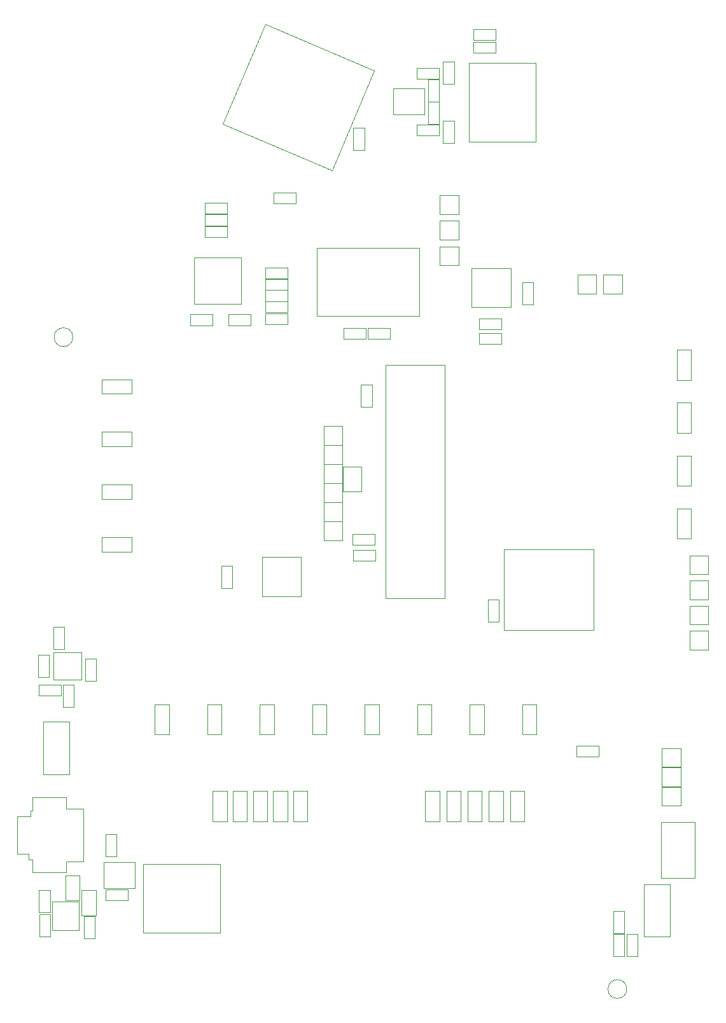
<source format=gbr>
G04 #@! TF.GenerationSoftware,KiCad,Pcbnew,(5.1.5)-3*
G04 #@! TF.CreationDate,2020-11-22T15:34:09-07:00*
G04 #@! TF.ProjectId,purplewizard,70757270-6c65-4776-997a-6172642e6b69,0.1*
G04 #@! TF.SameCoordinates,Original*
G04 #@! TF.FileFunction,Other,User*
%FSLAX46Y46*%
G04 Gerber Fmt 4.6, Leading zero omitted, Abs format (unit mm)*
G04 Created by KiCad (PCBNEW (5.1.5)-3) date 2020-11-22 15:34:09*
%MOMM*%
%LPD*%
G04 APERTURE LIST*
%ADD10C,0.050000*%
G04 APERTURE END LIST*
D10*
X128850811Y-50600484D02*
X143394788Y-56774036D01*
X134496876Y-37299189D02*
X128850811Y-50600484D01*
X149040852Y-43472741D02*
X134496876Y-37299189D01*
X143394788Y-56774036D02*
X149040852Y-43472741D01*
X142305600Y-93313600D02*
X144805600Y-93313600D01*
X142305600Y-93313600D02*
X142305600Y-90813600D01*
X144805600Y-90813600D02*
X144805600Y-93313600D01*
X144805600Y-90813600D02*
X142305600Y-90813600D01*
X142305600Y-98389600D02*
X144805600Y-98389600D01*
X142305600Y-98389600D02*
X142305600Y-95889600D01*
X144805600Y-95889600D02*
X144805600Y-98389600D01*
X144805600Y-95889600D02*
X142305600Y-95889600D01*
X146145600Y-105163600D02*
X146145600Y-106623600D01*
X146145600Y-106623600D02*
X149105600Y-106623600D01*
X149105600Y-106623600D02*
X149105600Y-105163600D01*
X149105600Y-105163600D02*
X146145600Y-105163600D01*
X144855600Y-96243600D02*
X144855600Y-99543600D01*
X144855600Y-96243600D02*
X147355600Y-96243600D01*
X147355600Y-99543600D02*
X144855600Y-99543600D01*
X147355600Y-99543600D02*
X147355600Y-96243600D01*
X144805600Y-103503600D02*
X142305600Y-103503600D01*
X144805600Y-103503600D02*
X144805600Y-106003600D01*
X142305600Y-106003600D02*
X142305600Y-103503600D01*
X142305600Y-106003600D02*
X144805600Y-106003600D01*
X182625600Y-165783600D02*
G75*
G03X182625600Y-165783600I-1250000J0D01*
G01*
X108925600Y-78973600D02*
G75*
G03X108925600Y-78973600I-1250000J0D01*
G01*
X125085600Y-74563600D02*
X125085600Y-68363600D01*
X125085600Y-68363600D02*
X131285600Y-68363600D01*
X131285600Y-68363600D02*
X131285600Y-74563600D01*
X131285600Y-74563600D02*
X125085600Y-74563600D01*
X150515600Y-113763600D02*
X150515600Y-82663600D01*
X158415600Y-113763600D02*
X150515600Y-113763600D01*
X158415600Y-82663600D02*
X158415600Y-113763600D01*
X150515600Y-82663600D02*
X158415600Y-82663600D01*
X184894280Y-158805760D02*
X188394280Y-158805760D01*
X184894280Y-151805760D02*
X184894280Y-158805760D01*
X188394280Y-151805760D02*
X184894280Y-151805760D01*
X188394280Y-158805760D02*
X188394280Y-151805760D01*
X157655600Y-50616932D02*
X157655600Y-47656932D01*
X156195600Y-50616932D02*
X157655600Y-50616932D01*
X156195600Y-47656932D02*
X156195600Y-50616932D01*
X157655600Y-47656932D02*
X156195600Y-47656932D01*
X112004860Y-124743660D02*
X112004860Y-121783660D01*
X110544860Y-124743660D02*
X112004860Y-124743660D01*
X110544860Y-121783660D02*
X110544860Y-124743660D01*
X112004860Y-121783660D02*
X110544860Y-121783660D01*
X107621320Y-125258380D02*
X107621320Y-128218380D01*
X109081320Y-125258380D02*
X107621320Y-125258380D01*
X109081320Y-128218380D02*
X109081320Y-125258380D01*
X107621320Y-128218380D02*
X109081320Y-128218380D01*
X137475600Y-69733600D02*
X134515600Y-69733600D01*
X137475600Y-71193600D02*
X137475600Y-69733600D01*
X134515600Y-71193600D02*
X137475600Y-71193600D01*
X134515600Y-69733600D02*
X134515600Y-71193600D01*
X184047600Y-161441000D02*
X184047600Y-158481000D01*
X182587600Y-161441000D02*
X184047600Y-161441000D01*
X182587600Y-158481000D02*
X182587600Y-161441000D01*
X184047600Y-158481000D02*
X182587600Y-158481000D01*
X113252500Y-145146580D02*
X113252500Y-148106580D01*
X114712500Y-145146580D02*
X113252500Y-145146580D01*
X114712500Y-148106580D02*
X114712500Y-145146580D01*
X113252500Y-148106580D02*
X114712500Y-148106580D01*
X110375600Y-156083600D02*
X110375600Y-159043600D01*
X111835600Y-156083600D02*
X110375600Y-156083600D01*
X111835600Y-159043600D02*
X111835600Y-156083600D01*
X110375600Y-159043600D02*
X111835600Y-159043600D01*
X165945600Y-78433600D02*
X162985600Y-78433600D01*
X165945600Y-79893600D02*
X165945600Y-78433600D01*
X162985600Y-79893600D02*
X165945600Y-79893600D01*
X162985600Y-78433600D02*
X162985600Y-79893600D01*
X168715600Y-71703600D02*
X168715600Y-74663600D01*
X170175600Y-71703600D02*
X168715600Y-71703600D01*
X170175600Y-74663600D02*
X170175600Y-71703600D01*
X168715600Y-74663600D02*
X170175600Y-74663600D01*
X178895600Y-133353600D02*
X175935600Y-133353600D01*
X178895600Y-134813600D02*
X178895600Y-133353600D01*
X175935600Y-134813600D02*
X178895600Y-134813600D01*
X175935600Y-133353600D02*
X175935600Y-134813600D01*
X165945600Y-76483600D02*
X162985600Y-76483600D01*
X165945600Y-77943600D02*
X165945600Y-76483600D01*
X162985600Y-77943600D02*
X165945600Y-77943600D01*
X162985600Y-76483600D02*
X162985600Y-77943600D01*
X108055600Y-150273600D02*
X108055600Y-150273600D01*
X108055600Y-148773600D02*
X108055600Y-150273600D01*
X110305600Y-148773600D02*
X108055600Y-148773600D01*
X110305600Y-141773600D02*
X110305600Y-148773600D01*
X108055600Y-141773600D02*
X110305600Y-141773600D01*
X108055600Y-140273600D02*
X108055600Y-141773600D01*
X103555600Y-140273600D02*
X108055600Y-140273600D01*
X103555600Y-142023600D02*
X103555600Y-140273600D01*
X103305600Y-142023600D02*
X103555600Y-142023600D01*
X103305600Y-142773600D02*
X103305600Y-142023600D01*
X101555600Y-142773600D02*
X103305600Y-142773600D01*
X101555600Y-147773600D02*
X101555600Y-142773600D01*
X103055600Y-147773600D02*
X101555600Y-147773600D01*
X103055600Y-148523600D02*
X103055600Y-147773600D01*
X103555600Y-148523600D02*
X103055600Y-148523600D01*
X103555600Y-150273600D02*
X103555600Y-148523600D01*
X108055600Y-150273600D02*
X103555600Y-150273600D01*
X157645600Y-47590266D02*
X157645600Y-44630266D01*
X156185600Y-47590266D02*
X157645600Y-47590266D01*
X156185600Y-44630266D02*
X156185600Y-47590266D01*
X157645600Y-44630266D02*
X156185600Y-44630266D01*
X164145600Y-113923600D02*
X164145600Y-116883600D01*
X165605600Y-113923600D02*
X164145600Y-113923600D01*
X165605600Y-116883600D02*
X165605600Y-113923600D01*
X164145600Y-116883600D02*
X165605600Y-116883600D01*
X165215600Y-39623600D02*
X162255600Y-39623600D01*
X165215600Y-41083600D02*
X165215600Y-39623600D01*
X162255600Y-41083600D02*
X165215600Y-41083600D01*
X162255600Y-39623600D02*
X162255600Y-41083600D01*
X134515600Y-72683600D02*
X137475600Y-72683600D01*
X134515600Y-71223600D02*
X134515600Y-72683600D01*
X137475600Y-71223600D02*
X134515600Y-71223600D01*
X137475600Y-72683600D02*
X137475600Y-71223600D01*
X134515600Y-75663600D02*
X137475600Y-75663600D01*
X134515600Y-74203600D02*
X134515600Y-75663600D01*
X137475600Y-74203600D02*
X134515600Y-74203600D01*
X137475600Y-75663600D02*
X137475600Y-74203600D01*
X126465600Y-64098600D02*
X129425600Y-64098600D01*
X126465600Y-62638600D02*
X126465600Y-64098600D01*
X129425600Y-62638600D02*
X126465600Y-62638600D01*
X129425600Y-64098600D02*
X129425600Y-62638600D01*
X126465600Y-62553600D02*
X129425600Y-62553600D01*
X126465600Y-61093600D02*
X126465600Y-62553600D01*
X129425600Y-61093600D02*
X126465600Y-61093600D01*
X129425600Y-62553600D02*
X129425600Y-61093600D01*
X137475600Y-72713600D02*
X134515600Y-72713600D01*
X137475600Y-74173600D02*
X137475600Y-72713600D01*
X134515600Y-74173600D02*
X137475600Y-74173600D01*
X134515600Y-72713600D02*
X134515600Y-74173600D01*
X151585600Y-45853600D02*
X151585600Y-49353600D01*
X151585600Y-45853600D02*
X155685600Y-45853600D01*
X155685600Y-49353600D02*
X151585600Y-49353600D01*
X155685600Y-49353600D02*
X155685600Y-45853600D01*
X105751380Y-124205180D02*
X105751380Y-121245180D01*
X104291380Y-124205180D02*
X105751380Y-124205180D01*
X104291380Y-121245180D02*
X104291380Y-124205180D01*
X105751380Y-121245180D02*
X104291380Y-121245180D01*
X112005600Y-155968600D02*
X112005600Y-152608600D01*
X110105600Y-155968600D02*
X112005600Y-155968600D01*
X110105600Y-152608600D02*
X110105600Y-155968600D01*
X112005600Y-152608600D02*
X110105600Y-152608600D01*
X128695600Y-109423600D02*
X128695600Y-112383600D01*
X130155600Y-109423600D02*
X128695600Y-109423600D01*
X130155600Y-112383600D02*
X130155600Y-109423600D01*
X128695600Y-112383600D02*
X130155600Y-112383600D01*
X180835000Y-158481000D02*
X180835000Y-161441000D01*
X182295000Y-158481000D02*
X180835000Y-158481000D01*
X182295000Y-161441000D02*
X182295000Y-158481000D01*
X180835000Y-161441000D02*
X182295000Y-161441000D01*
X147265600Y-85303600D02*
X147265600Y-88263600D01*
X148725600Y-85303600D02*
X147265600Y-85303600D01*
X148725600Y-88263600D02*
X148725600Y-85303600D01*
X147265600Y-88263600D02*
X148725600Y-88263600D01*
X154695600Y-52143600D02*
X157655600Y-52143600D01*
X154695600Y-50683600D02*
X154695600Y-52143600D01*
X157655600Y-50683600D02*
X154695600Y-50683600D01*
X157655600Y-52143600D02*
X157655600Y-50683600D01*
X158195600Y-50193600D02*
X158195600Y-53153600D01*
X159655600Y-50193600D02*
X158195600Y-50193600D01*
X159655600Y-53153600D02*
X159655600Y-50193600D01*
X158195600Y-53153600D02*
X159655600Y-53153600D01*
X158195600Y-42263600D02*
X158195600Y-45223600D01*
X159655600Y-42263600D02*
X158195600Y-42263600D01*
X159655600Y-45223600D02*
X159655600Y-42263600D01*
X158195600Y-45223600D02*
X159655600Y-45223600D01*
X110109080Y-124573440D02*
X110109080Y-120973440D01*
X106309080Y-124573440D02*
X110109080Y-124573440D01*
X106309080Y-120973440D02*
X106309080Y-124573440D01*
X110109080Y-120973440D02*
X106309080Y-120973440D01*
X154685600Y-44563600D02*
X157645600Y-44563600D01*
X154685600Y-43103600D02*
X154685600Y-44563600D01*
X157645600Y-43103600D02*
X154685600Y-43103600D01*
X157645600Y-44563600D02*
X157645600Y-43103600D01*
X118308440Y-158308100D02*
X118308440Y-149108100D01*
X128508440Y-158308100D02*
X118308440Y-158308100D01*
X128508440Y-149108100D02*
X128508440Y-158308100D01*
X118308440Y-149108100D02*
X128508440Y-149108100D01*
X117137400Y-148924540D02*
X113037400Y-148924540D01*
X117137400Y-148924540D02*
X117137400Y-152324540D01*
X113037400Y-152324540D02*
X113037400Y-148924540D01*
X113037400Y-152324540D02*
X117137400Y-152324540D01*
X187208360Y-150964280D02*
X187208360Y-143564280D01*
X187208360Y-143564280D02*
X191658360Y-143564280D01*
X191658360Y-143564280D02*
X191658360Y-150964280D01*
X191658360Y-150964280D02*
X187208360Y-150964280D01*
X146255600Y-51093600D02*
X146255600Y-54053600D01*
X147715600Y-51093600D02*
X146255600Y-51093600D01*
X147715600Y-54053600D02*
X147715600Y-51093600D01*
X146255600Y-54053600D02*
X147715600Y-54053600D01*
X113300600Y-153968600D02*
X116260600Y-153968600D01*
X113300600Y-152508600D02*
X113300600Y-153968600D01*
X116260600Y-152508600D02*
X113300600Y-152508600D01*
X116260600Y-153968600D02*
X116260600Y-152508600D01*
X167185600Y-69803600D02*
X167185600Y-75003600D01*
X161985600Y-69803600D02*
X167185600Y-69803600D01*
X161985600Y-75003600D02*
X161985600Y-69803600D01*
X167185600Y-75003600D02*
X161985600Y-75003600D01*
X106155600Y-157938600D02*
X109755600Y-157938600D01*
X106155600Y-154138600D02*
X106155600Y-157938600D01*
X109755600Y-154138600D02*
X106155600Y-154138600D01*
X109755600Y-157938600D02*
X109755600Y-154138600D01*
X107808780Y-120506940D02*
X107808780Y-117546940D01*
X106348780Y-120506940D02*
X107808780Y-120506940D01*
X106348780Y-117546940D02*
X106348780Y-120506940D01*
X107808780Y-117546940D02*
X106348780Y-117546940D01*
X148135600Y-79243600D02*
X151095600Y-79243600D01*
X148135600Y-77783600D02*
X148135600Y-79243600D01*
X151095600Y-77783600D02*
X148135600Y-77783600D01*
X151095600Y-79243600D02*
X151095600Y-77783600D01*
X134515600Y-77273600D02*
X137475600Y-77273600D01*
X134515600Y-75813600D02*
X134515600Y-77273600D01*
X137475600Y-75813600D02*
X134515600Y-75813600D01*
X137475600Y-77273600D02*
X137475600Y-75813600D01*
X170555600Y-42493600D02*
X161645600Y-42493600D01*
X170555600Y-52933600D02*
X170555600Y-42493600D01*
X161645600Y-52933600D02*
X170555600Y-52933600D01*
X161645600Y-42493600D02*
X161645600Y-52933600D01*
X127475600Y-75933600D02*
X124515600Y-75933600D01*
X127475600Y-77393600D02*
X127475600Y-75933600D01*
X124515600Y-77393600D02*
X127475600Y-77393600D01*
X124515600Y-75933600D02*
X124515600Y-77393600D01*
X180835000Y-155407600D02*
X180835000Y-158367600D01*
X182295000Y-155407600D02*
X180835000Y-155407600D01*
X182295000Y-158367600D02*
X182295000Y-155407600D01*
X180835000Y-158367600D02*
X182295000Y-158367600D01*
X147935600Y-77783600D02*
X144975600Y-77783600D01*
X147935600Y-79243600D02*
X147935600Y-77783600D01*
X144975600Y-79243600D02*
X147935600Y-79243600D01*
X144975600Y-77783600D02*
X144975600Y-79243600D01*
X178185600Y-117993600D02*
X166325600Y-117993600D01*
X178185600Y-107193600D02*
X178185600Y-117993600D01*
X166325600Y-107193600D02*
X178185600Y-107193600D01*
X166325600Y-117993600D02*
X166325600Y-107193600D01*
X104374500Y-126716540D02*
X107334500Y-126716540D01*
X104374500Y-125256540D02*
X104374500Y-126716540D01*
X107334500Y-125256540D02*
X104374500Y-125256540D01*
X107334500Y-126716540D02*
X107334500Y-125256540D01*
X139315600Y-113473600D02*
X134115600Y-113473600D01*
X139315600Y-108273600D02*
X139315600Y-113473600D01*
X134115600Y-108273600D02*
X139315600Y-108273600D01*
X134115600Y-113473600D02*
X134115600Y-108273600D01*
X165215600Y-37953600D02*
X162255600Y-37953600D01*
X165215600Y-39413600D02*
X165215600Y-37953600D01*
X162255600Y-39413600D02*
X165215600Y-39413600D01*
X162255600Y-37953600D02*
X162255600Y-39413600D01*
X160235600Y-63488600D02*
X157735600Y-63488600D01*
X160235600Y-63488600D02*
X160235600Y-65988600D01*
X157735600Y-65988600D02*
X157735600Y-63488600D01*
X157735600Y-65988600D02*
X160235600Y-65988600D01*
X189285600Y-87706933D02*
X191185600Y-87706933D01*
X191185600Y-87706933D02*
X191185600Y-91706933D01*
X189285600Y-91706933D02*
X191185600Y-91706933D01*
X189285600Y-87706933D02*
X189285600Y-91706933D01*
X193505600Y-108063600D02*
X191005600Y-108063600D01*
X193505600Y-108063600D02*
X193505600Y-110563600D01*
X191005600Y-110563600D02*
X191005600Y-108063600D01*
X191005600Y-110563600D02*
X193505600Y-110563600D01*
X127533360Y-139427200D02*
X129433360Y-139427200D01*
X129433360Y-139427200D02*
X129433360Y-143427200D01*
X127533360Y-143427200D02*
X129433360Y-143427200D01*
X127533360Y-139427200D02*
X127533360Y-143427200D01*
X193485600Y-114723600D02*
X190985600Y-114723600D01*
X193485600Y-114723600D02*
X193485600Y-117223600D01*
X190985600Y-117223600D02*
X190985600Y-114723600D01*
X190985600Y-117223600D02*
X193485600Y-117223600D01*
X193505600Y-111396933D02*
X191005600Y-111396933D01*
X193505600Y-111396933D02*
X193505600Y-113896933D01*
X191005600Y-113896933D02*
X191005600Y-111396933D01*
X191005600Y-113896933D02*
X193505600Y-113896933D01*
X140784902Y-127900680D02*
X142684902Y-127900680D01*
X142684902Y-127900680D02*
X142684902Y-131900680D01*
X140784902Y-131900680D02*
X142684902Y-131900680D01*
X140784902Y-127900680D02*
X140784902Y-131900680D01*
X138244540Y-139427200D02*
X140144540Y-139427200D01*
X140144540Y-139427200D02*
X140144540Y-143427200D01*
X138244540Y-143427200D02*
X140144540Y-143427200D01*
X138244540Y-139427200D02*
X138244540Y-143427200D01*
X164272555Y-139427200D02*
X166172555Y-139427200D01*
X166172555Y-139427200D02*
X166172555Y-143427200D01*
X164272555Y-143427200D02*
X166172555Y-143427200D01*
X164272555Y-139427200D02*
X164272555Y-143427200D01*
X155801020Y-139427200D02*
X157701020Y-139427200D01*
X157701020Y-139427200D02*
X157701020Y-143427200D01*
X155801020Y-143427200D02*
X157701020Y-143427200D01*
X155801020Y-139427200D02*
X155801020Y-143427200D01*
X189285600Y-80673600D02*
X191185600Y-80673600D01*
X191185600Y-80673600D02*
X191185600Y-84673600D01*
X189285600Y-84673600D02*
X191185600Y-84673600D01*
X189285600Y-80673600D02*
X189285600Y-84673600D01*
X116775600Y-84593600D02*
X116775600Y-86493600D01*
X116775600Y-86493600D02*
X112775600Y-86493600D01*
X112775600Y-84593600D02*
X112775600Y-86493600D01*
X116775600Y-84593600D02*
X112775600Y-84593600D01*
X167096400Y-139427200D02*
X168996400Y-139427200D01*
X168996400Y-139427200D02*
X168996400Y-143427200D01*
X167096400Y-143427200D02*
X168996400Y-143427200D01*
X167096400Y-139427200D02*
X167096400Y-143427200D01*
X193505600Y-118063600D02*
X191005600Y-118063600D01*
X193505600Y-118063600D02*
X193505600Y-120563600D01*
X191005600Y-120563600D02*
X191005600Y-118063600D01*
X191005600Y-120563600D02*
X193505600Y-120563600D01*
X116775600Y-105623600D02*
X116775600Y-107523600D01*
X116775600Y-107523600D02*
X112775600Y-107523600D01*
X112775600Y-105623600D02*
X112775600Y-107523600D01*
X116775600Y-105623600D02*
X112775600Y-105623600D01*
X144805600Y-100965600D02*
X142305600Y-100965600D01*
X144805600Y-100965600D02*
X144805600Y-103465600D01*
X142305600Y-103465600D02*
X142305600Y-100965600D01*
X142305600Y-103465600D02*
X144805600Y-103465600D01*
X144805600Y-98427600D02*
X142305600Y-98427600D01*
X144805600Y-98427600D02*
X144805600Y-100927600D01*
X142305600Y-100927600D02*
X142305600Y-98427600D01*
X142305600Y-100927600D02*
X144805600Y-100927600D01*
X189285600Y-94740266D02*
X191185600Y-94740266D01*
X191185600Y-94740266D02*
X191185600Y-98740266D01*
X189285600Y-98740266D02*
X191185600Y-98740266D01*
X189285600Y-94740266D02*
X189285600Y-98740266D01*
X130211155Y-139427200D02*
X132111155Y-139427200D01*
X132111155Y-139427200D02*
X132111155Y-143427200D01*
X130211155Y-143427200D02*
X132111155Y-143427200D01*
X130211155Y-139427200D02*
X130211155Y-143427200D01*
X161448710Y-139427200D02*
X163348710Y-139427200D01*
X163348710Y-139427200D02*
X163348710Y-143427200D01*
X161448710Y-143427200D02*
X163348710Y-143427200D01*
X161448710Y-139427200D02*
X161448710Y-143427200D01*
X144805600Y-93351600D02*
X142305600Y-93351600D01*
X144805600Y-93351600D02*
X144805600Y-95851600D01*
X142305600Y-95851600D02*
X142305600Y-93351600D01*
X142305600Y-95851600D02*
X144805600Y-95851600D01*
X126821434Y-127900680D02*
X128721434Y-127900680D01*
X128721434Y-127900680D02*
X128721434Y-131900680D01*
X126821434Y-131900680D02*
X128721434Y-131900680D01*
X126821434Y-127900680D02*
X126821434Y-131900680D01*
X154748370Y-127900680D02*
X156648370Y-127900680D01*
X156648370Y-127900680D02*
X156648370Y-131900680D01*
X154748370Y-131900680D02*
X156648370Y-131900680D01*
X154748370Y-127900680D02*
X154748370Y-131900680D01*
X133803168Y-127900680D02*
X135703168Y-127900680D01*
X135703168Y-127900680D02*
X135703168Y-131900680D01*
X133803168Y-131900680D02*
X135703168Y-131900680D01*
X133803168Y-127900680D02*
X133803168Y-131900680D01*
X119839700Y-127900680D02*
X121739700Y-127900680D01*
X121739700Y-127900680D02*
X121739700Y-131900680D01*
X119839700Y-131900680D02*
X121739700Y-131900680D01*
X119839700Y-127900680D02*
X119839700Y-131900680D01*
X161730104Y-127900680D02*
X163630104Y-127900680D01*
X163630104Y-127900680D02*
X163630104Y-131900680D01*
X161730104Y-131900680D02*
X163630104Y-131900680D01*
X161730104Y-127900680D02*
X161730104Y-131900680D01*
X116775600Y-91603600D02*
X116775600Y-93503600D01*
X116775600Y-93503600D02*
X112775600Y-93503600D01*
X112775600Y-91603600D02*
X112775600Y-93503600D01*
X116775600Y-91603600D02*
X112775600Y-91603600D01*
X116775600Y-98613600D02*
X116775600Y-100513600D01*
X116775600Y-100513600D02*
X112775600Y-100513600D01*
X112775600Y-98613600D02*
X112775600Y-100513600D01*
X116775600Y-98613600D02*
X112775600Y-98613600D01*
X168711840Y-127900680D02*
X170611840Y-127900680D01*
X170611840Y-127900680D02*
X170611840Y-131900680D01*
X168711840Y-131900680D02*
X170611840Y-131900680D01*
X168711840Y-127900680D02*
X168711840Y-131900680D01*
X189285600Y-101773600D02*
X191185600Y-101773600D01*
X191185600Y-101773600D02*
X191185600Y-105773600D01*
X189285600Y-105773600D02*
X191185600Y-105773600D01*
X189285600Y-101773600D02*
X189285600Y-105773600D01*
X132888950Y-139427200D02*
X134788950Y-139427200D01*
X134788950Y-139427200D02*
X134788950Y-143427200D01*
X132888950Y-143427200D02*
X134788950Y-143427200D01*
X132888950Y-139427200D02*
X132888950Y-143427200D01*
X135566745Y-139427200D02*
X137466745Y-139427200D01*
X137466745Y-139427200D02*
X137466745Y-143427200D01*
X135566745Y-143427200D02*
X137466745Y-143427200D01*
X135566745Y-139427200D02*
X135566745Y-143427200D01*
X147766636Y-127900680D02*
X149666636Y-127900680D01*
X149666636Y-127900680D02*
X149666636Y-131900680D01*
X147766636Y-131900680D02*
X149666636Y-131900680D01*
X147766636Y-127900680D02*
X147766636Y-131900680D01*
X158624865Y-139427200D02*
X160524865Y-139427200D01*
X160524865Y-139427200D02*
X160524865Y-143427200D01*
X158624865Y-143427200D02*
X160524865Y-143427200D01*
X158624865Y-139427200D02*
X158624865Y-143427200D01*
X129425600Y-64183600D02*
X126465600Y-64183600D01*
X129425600Y-65643600D02*
X129425600Y-64183600D01*
X126465600Y-65643600D02*
X129425600Y-65643600D01*
X126465600Y-64183600D02*
X126465600Y-65643600D01*
X132575600Y-75933600D02*
X129615600Y-75933600D01*
X132575600Y-77393600D02*
X132575600Y-75933600D01*
X129615600Y-77393600D02*
X132575600Y-77393600D01*
X129615600Y-75933600D02*
X129615600Y-77393600D01*
X104983340Y-137159880D02*
X108483340Y-137159880D01*
X104983340Y-130159880D02*
X104983340Y-137159880D01*
X108483340Y-130159880D02*
X104983340Y-130159880D01*
X108483340Y-137159880D02*
X108483340Y-130159880D01*
X146195600Y-107313600D02*
X146195600Y-108773600D01*
X146195600Y-108773600D02*
X149155600Y-108773600D01*
X149155600Y-108773600D02*
X149155600Y-107313600D01*
X149155600Y-107313600D02*
X146195600Y-107313600D01*
X155059900Y-67063600D02*
X141359900Y-67063600D01*
X155059900Y-76113600D02*
X155059900Y-67063600D01*
X141359900Y-76113600D02*
X155059900Y-76113600D01*
X141359900Y-67063600D02*
X141359900Y-76113600D01*
X135675600Y-59703600D02*
X135675600Y-61163600D01*
X135675600Y-61163600D02*
X138635600Y-61163600D01*
X138635600Y-61163600D02*
X138635600Y-59703600D01*
X138635600Y-59703600D02*
X135675600Y-59703600D01*
X189805600Y-138883600D02*
X187305600Y-138883600D01*
X189805600Y-138883600D02*
X189805600Y-141383600D01*
X187305600Y-141383600D02*
X187305600Y-138883600D01*
X187305600Y-141383600D02*
X189805600Y-141383600D01*
X187305600Y-138798600D02*
X189805600Y-138798600D01*
X187305600Y-138798600D02*
X187305600Y-136298600D01*
X189805600Y-136298600D02*
X189805600Y-138798600D01*
X189805600Y-136298600D02*
X187305600Y-136298600D01*
X187305600Y-136213600D02*
X189805600Y-136213600D01*
X187305600Y-136213600D02*
X187305600Y-133713600D01*
X189805600Y-133713600D02*
X189805600Y-136213600D01*
X189805600Y-133713600D02*
X187305600Y-133713600D01*
X104435600Y-152623600D02*
X104435600Y-155583600D01*
X105895600Y-152623600D02*
X104435600Y-152623600D01*
X105895600Y-155583600D02*
X105895600Y-152623600D01*
X104435600Y-155583600D02*
X105895600Y-155583600D01*
X104445600Y-158773600D02*
X105905600Y-158773600D01*
X105905600Y-158773600D02*
X105905600Y-155813600D01*
X105905600Y-155813600D02*
X104445600Y-155813600D01*
X104445600Y-155813600D02*
X104445600Y-158773600D01*
X107955600Y-153993600D02*
X109855600Y-153993600D01*
X109855600Y-153993600D02*
X109855600Y-150633600D01*
X109855600Y-150633600D02*
X107955600Y-150633600D01*
X107955600Y-150633600D02*
X107955600Y-153993600D01*
X157735600Y-62593600D02*
X160235600Y-62593600D01*
X157735600Y-62593600D02*
X157735600Y-60093600D01*
X160235600Y-60093600D02*
X160235600Y-62593600D01*
X160235600Y-60093600D02*
X157735600Y-60093600D01*
X160235600Y-66883600D02*
X157735600Y-66883600D01*
X160235600Y-66883600D02*
X160235600Y-69383600D01*
X157735600Y-69383600D02*
X157735600Y-66883600D01*
X157735600Y-69383600D02*
X160235600Y-69383600D01*
X176095600Y-73163600D02*
X178595600Y-73163600D01*
X176095600Y-73163600D02*
X176095600Y-70663600D01*
X178595600Y-70663600D02*
X178595600Y-73163600D01*
X178595600Y-70663600D02*
X176095600Y-70663600D01*
X179505600Y-73163600D02*
X182005600Y-73163600D01*
X179505600Y-73163600D02*
X179505600Y-70663600D01*
X182005600Y-70663600D02*
X182005600Y-73163600D01*
X182005600Y-70663600D02*
X179505600Y-70663600D01*
M02*

</source>
